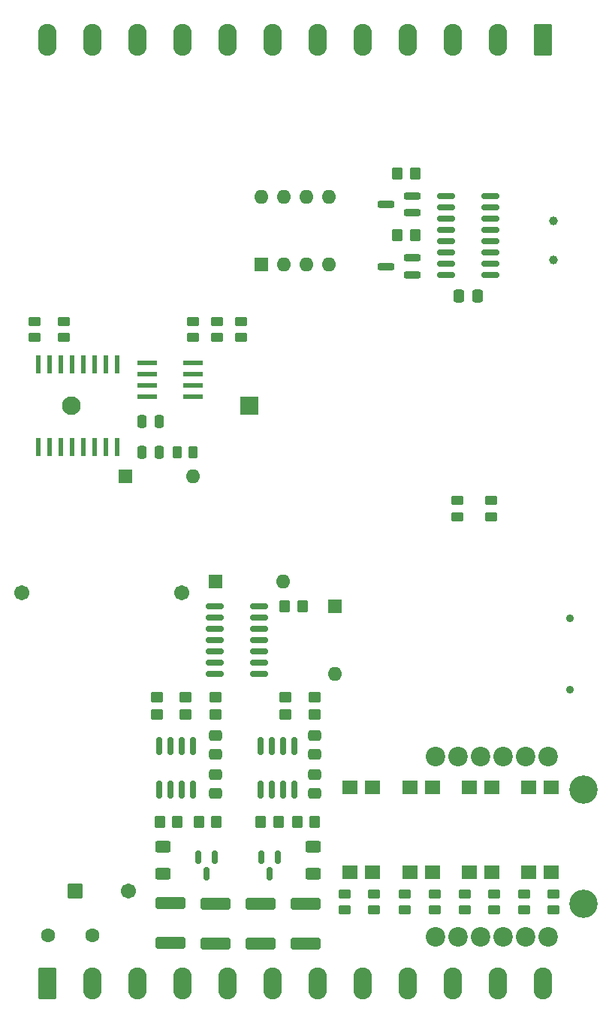
<source format=gbs>
G04 #@! TF.GenerationSoftware,KiCad,Pcbnew,8.0.4*
G04 #@! TF.CreationDate,2024-11-14T12:53:51+07:00*
G04 #@! TF.ProjectId,Ver04,56657230-342e-46b6-9963-61645f706362,rev?*
G04 #@! TF.SameCoordinates,Original*
G04 #@! TF.FileFunction,Soldermask,Bot*
G04 #@! TF.FilePolarity,Negative*
%FSLAX46Y46*%
G04 Gerber Fmt 4.6, Leading zero omitted, Abs format (unit mm)*
G04 Created by KiCad (PCBNEW 8.0.4) date 2024-11-14 12:53:51*
%MOMM*%
%LPD*%
G01*
G04 APERTURE LIST*
G04 Aperture macros list*
%AMRoundRect*
0 Rectangle with rounded corners*
0 $1 Rounding radius*
0 $2 $3 $4 $5 $6 $7 $8 $9 X,Y pos of 4 corners*
0 Add a 4 corners polygon primitive as box body*
4,1,4,$2,$3,$4,$5,$6,$7,$8,$9,$2,$3,0*
0 Add four circle primitives for the rounded corners*
1,1,$1+$1,$2,$3*
1,1,$1+$1,$4,$5*
1,1,$1+$1,$6,$7*
1,1,$1+$1,$8,$9*
0 Add four rect primitives between the rounded corners*
20,1,$1+$1,$2,$3,$4,$5,0*
20,1,$1+$1,$4,$5,$6,$7,0*
20,1,$1+$1,$6,$7,$8,$9,0*
20,1,$1+$1,$8,$9,$2,$3,0*%
G04 Aperture macros list end*
%ADD10R,1.600000X1.600000*%
%ADD11O,1.600000X1.600000*%
%ADD12R,2.100000X2.100000*%
%ADD13C,2.100000*%
%ADD14C,2.200000*%
%ADD15C,3.200000*%
%ADD16C,1.000000*%
%ADD17RoundRect,0.102000X0.750000X-0.750000X0.750000X0.750000X-0.750000X0.750000X-0.750000X-0.750000X0*%
%ADD18C,1.704000*%
%ADD19RoundRect,0.249999X-0.790001X-1.550001X0.790001X-1.550001X0.790001X1.550001X-0.790001X1.550001X0*%
%ADD20O,2.080000X3.600000*%
%ADD21C,0.900000*%
%ADD22RoundRect,0.249999X0.790001X1.550001X-0.790001X1.550001X-0.790001X-1.550001X0.790001X-1.550001X0*%
%ADD23C,1.600000*%
%ADD24RoundRect,0.250000X-1.450000X0.400000X-1.450000X-0.400000X1.450000X-0.400000X1.450000X0.400000X0*%
%ADD25RoundRect,0.250000X-0.450000X0.350000X-0.450000X-0.350000X0.450000X-0.350000X0.450000X0.350000X0*%
%ADD26RoundRect,0.250000X0.450000X-0.262500X0.450000X0.262500X-0.450000X0.262500X-0.450000X-0.262500X0*%
%ADD27RoundRect,0.250000X-0.625000X0.400000X-0.625000X-0.400000X0.625000X-0.400000X0.625000X0.400000X0*%
%ADD28RoundRect,0.250000X0.250000X0.475000X-0.250000X0.475000X-0.250000X-0.475000X0.250000X-0.475000X0*%
%ADD29RoundRect,0.150000X-0.150000X0.825000X-0.150000X-0.825000X0.150000X-0.825000X0.150000X0.825000X0*%
%ADD30RoundRect,0.250000X0.262500X0.450000X-0.262500X0.450000X-0.262500X-0.450000X0.262500X-0.450000X0*%
%ADD31RoundRect,0.150000X-0.150000X0.587500X-0.150000X-0.587500X0.150000X-0.587500X0.150000X0.587500X0*%
%ADD32RoundRect,0.250000X0.350000X0.450000X-0.350000X0.450000X-0.350000X-0.450000X0.350000X-0.450000X0*%
%ADD33RoundRect,0.250000X-0.450000X0.262500X-0.450000X-0.262500X0.450000X-0.262500X0.450000X0.262500X0*%
%ADD34RoundRect,0.150000X0.850000X0.150000X-0.850000X0.150000X-0.850000X-0.150000X0.850000X-0.150000X0*%
%ADD35RoundRect,0.041300X-0.253700X0.983700X-0.253700X-0.983700X0.253700X-0.983700X0.253700X0.983700X0*%
%ADD36R,1.780000X1.500000*%
%ADD37R,2.200000X0.600000*%
%ADD38RoundRect,0.250000X-0.475000X0.337500X-0.475000X-0.337500X0.475000X-0.337500X0.475000X0.337500X0*%
%ADD39RoundRect,0.200000X0.750000X0.200000X-0.750000X0.200000X-0.750000X-0.200000X0.750000X-0.200000X0*%
%ADD40RoundRect,0.250000X0.625000X-0.400000X0.625000X0.400000X-0.625000X0.400000X-0.625000X-0.400000X0*%
%ADD41RoundRect,0.250000X0.450000X-0.350000X0.450000X0.350000X-0.450000X0.350000X-0.450000X-0.350000X0*%
%ADD42RoundRect,0.150000X0.825000X0.150000X-0.825000X0.150000X-0.825000X-0.150000X0.825000X-0.150000X0*%
%ADD43RoundRect,0.250000X-0.337500X-0.475000X0.337500X-0.475000X0.337500X0.475000X-0.337500X0.475000X0*%
%ADD44RoundRect,0.250000X0.475000X-0.337500X0.475000X0.337500X-0.475000X0.337500X-0.475000X-0.337500X0*%
G04 APERTURE END LIST*
D10*
X71200000Y-67100000D03*
D11*
X73740000Y-67100000D03*
X76280000Y-67100000D03*
X78820000Y-67100000D03*
X78820000Y-59480000D03*
X76280000Y-59480000D03*
X73740000Y-59480000D03*
X71200000Y-59480000D03*
D12*
X69789087Y-83000000D03*
D13*
X49789087Y-83000000D03*
D14*
X103505000Y-122535000D03*
X100965000Y-122535000D03*
X98425000Y-122535000D03*
X95885000Y-122535000D03*
X93345000Y-122535000D03*
X90805000Y-122535000D03*
X90805000Y-142855000D03*
X93345000Y-142855000D03*
X95885000Y-142855000D03*
X98425000Y-142855000D03*
X100965000Y-142855000D03*
X103505000Y-142855000D03*
D15*
X107465000Y-126245000D03*
X107465000Y-139153000D03*
D16*
X104100000Y-66600000D03*
X104100000Y-62200000D03*
D17*
X50200000Y-137700000D03*
D18*
X56200000Y-137700000D03*
X44200000Y-104100000D03*
X62200000Y-104100000D03*
D19*
X47060000Y-148122500D03*
D20*
X52140000Y-148122500D03*
X57220000Y-148122500D03*
X62300000Y-148122500D03*
X67380000Y-148122500D03*
X72460000Y-148122500D03*
X77540000Y-148122500D03*
X82620000Y-148122500D03*
X87700000Y-148122500D03*
X92780000Y-148122500D03*
X97860000Y-148122500D03*
X102940000Y-148122500D03*
D21*
X105978145Y-106984968D03*
X105978145Y-114984968D03*
D22*
X102940000Y-41777500D03*
D20*
X97860000Y-41777500D03*
X92780000Y-41777500D03*
X87700000Y-41777500D03*
X82620000Y-41777500D03*
X77540000Y-41777500D03*
X72460000Y-41777500D03*
X67380000Y-41777500D03*
X62300000Y-41777500D03*
X57220000Y-41777500D03*
X52140000Y-41777500D03*
X47060000Y-41777500D03*
D23*
X47100000Y-142700000D03*
X52100000Y-142700000D03*
D24*
X66000000Y-139150000D03*
X66000000Y-143600000D03*
X76200000Y-139150000D03*
X76200000Y-143600000D03*
D25*
X66000000Y-115800000D03*
X66000000Y-117800000D03*
D26*
X68900000Y-75312500D03*
X68900000Y-73487500D03*
D27*
X77000000Y-132650000D03*
X77000000Y-135750000D03*
D10*
X79500000Y-105590000D03*
D11*
X79500000Y-113210000D03*
D24*
X60900000Y-139075000D03*
X60900000Y-143525000D03*
D28*
X59615000Y-88245000D03*
X57715000Y-88245000D03*
D29*
X59695000Y-121325000D03*
X60965000Y-121325000D03*
X62235000Y-121325000D03*
X63505000Y-121325000D03*
X63505000Y-126275000D03*
X62235000Y-126275000D03*
X60965000Y-126275000D03*
X59695000Y-126275000D03*
D26*
X104100000Y-139812500D03*
X104100000Y-137987500D03*
D30*
X63472500Y-88233000D03*
X61647500Y-88233000D03*
D26*
X66200000Y-75312500D03*
X66200000Y-73487500D03*
D31*
X71150000Y-133862500D03*
X73050000Y-133862500D03*
X72100000Y-135737500D03*
D32*
X73100000Y-129900000D03*
X71100000Y-129900000D03*
X88500000Y-63800000D03*
X86500000Y-63800000D03*
X75800000Y-105600000D03*
X73800000Y-105600000D03*
D33*
X48913000Y-73479500D03*
X48913000Y-75304500D03*
D34*
X97000000Y-59355000D03*
X97000000Y-60625000D03*
X97000000Y-61895000D03*
X97000000Y-63165000D03*
X97000000Y-64435000D03*
X97000000Y-65705000D03*
X97000000Y-66975000D03*
X97000000Y-68245000D03*
X92000000Y-68245000D03*
X92000000Y-66975000D03*
X92000000Y-65705000D03*
X92000000Y-64435000D03*
X92000000Y-63165000D03*
X92000000Y-61895000D03*
X92000000Y-60625000D03*
X92000000Y-59355000D03*
D25*
X73900000Y-115800000D03*
X73900000Y-117800000D03*
D26*
X97400000Y-139812500D03*
X97400000Y-137987500D03*
D31*
X64050000Y-133862500D03*
X65950000Y-133862500D03*
X65000000Y-135737500D03*
D35*
X46055000Y-78345000D03*
X47325000Y-78345000D03*
X48595000Y-78345000D03*
X49865000Y-78345000D03*
X51135000Y-78345000D03*
X52405000Y-78345000D03*
X53675000Y-78345000D03*
X54945000Y-78345000D03*
X54945000Y-87655000D03*
X53675000Y-87655000D03*
X52405000Y-87655000D03*
X51135000Y-87655000D03*
X49865000Y-87655000D03*
X48595000Y-87655000D03*
X47325000Y-87655000D03*
X46055000Y-87655000D03*
D36*
X83670000Y-135565000D03*
X81130000Y-135565000D03*
X81130000Y-126035000D03*
X83670000Y-126035000D03*
D28*
X59612000Y-84804000D03*
X57712000Y-84804000D03*
D33*
X87370000Y-137987500D03*
X87370000Y-139812500D03*
D26*
X63500000Y-75312500D03*
X63500000Y-73487500D03*
D32*
X66100000Y-129900000D03*
X64100000Y-129900000D03*
D37*
X63478000Y-78161000D03*
X63478000Y-79431000D03*
X63478000Y-80701000D03*
X63478000Y-81971000D03*
X58278000Y-81971000D03*
X58278000Y-80701000D03*
X58278000Y-79431000D03*
X58278000Y-78161000D03*
D25*
X77200000Y-115800000D03*
X77200000Y-117800000D03*
D38*
X66000000Y-120162500D03*
X66000000Y-122237500D03*
D33*
X100800000Y-137987500D03*
X100800000Y-139812500D03*
D25*
X59400000Y-115800000D03*
X59400000Y-117800000D03*
D26*
X97100000Y-95512500D03*
X97100000Y-93687500D03*
D39*
X88200000Y-59350000D03*
X88200000Y-61250000D03*
X85200000Y-60300000D03*
D10*
X65990000Y-102800000D03*
D11*
X73610000Y-102800000D03*
D39*
X88200000Y-66350000D03*
X88200000Y-68250000D03*
X85200000Y-67300000D03*
D29*
X71095000Y-121325000D03*
X72365000Y-121325000D03*
X73635000Y-121325000D03*
X74905000Y-121325000D03*
X74905000Y-126275000D03*
X73635000Y-126275000D03*
X72365000Y-126275000D03*
X71095000Y-126275000D03*
D33*
X45600000Y-73487500D03*
X45600000Y-75312500D03*
D38*
X77200000Y-120162500D03*
X77200000Y-122237500D03*
D36*
X103870000Y-135565000D03*
X101330000Y-135565000D03*
X101330000Y-126035000D03*
X103870000Y-126035000D03*
D26*
X83900000Y-139812500D03*
X83900000Y-137987500D03*
D40*
X60100000Y-135750000D03*
X60100000Y-132650000D03*
D24*
X71100000Y-139150000D03*
X71100000Y-143600000D03*
D26*
X90700000Y-139812500D03*
X90700000Y-137987500D03*
X93300000Y-95512500D03*
X93300000Y-93687500D03*
D41*
X62600000Y-117800000D03*
X62600000Y-115800000D03*
D36*
X97170000Y-135565000D03*
X94630000Y-135565000D03*
X94630000Y-126035000D03*
X97170000Y-126035000D03*
X90440000Y-135565000D03*
X87900000Y-135565000D03*
X87900000Y-126035000D03*
X90440000Y-126035000D03*
D42*
X70875000Y-105590000D03*
X70875000Y-106860000D03*
X70875000Y-108130000D03*
X70875000Y-109400000D03*
X70875000Y-110670000D03*
X70875000Y-111940000D03*
X70875000Y-113210000D03*
X65925000Y-113210000D03*
X65925000Y-111940000D03*
X65925000Y-110670000D03*
X65925000Y-109400000D03*
X65925000Y-108130000D03*
X65925000Y-106860000D03*
X65925000Y-105590000D03*
D43*
X93462500Y-70600000D03*
X95537500Y-70600000D03*
D32*
X61700000Y-129900000D03*
X59700000Y-129900000D03*
X77200000Y-129900000D03*
X75200000Y-129900000D03*
D33*
X80600000Y-137987500D03*
X80600000Y-139812500D03*
D32*
X88500000Y-56800000D03*
X86500000Y-56800000D03*
D44*
X77200000Y-126637500D03*
X77200000Y-124562500D03*
D33*
X94100000Y-137987500D03*
X94100000Y-139812500D03*
D10*
X55877000Y-90959000D03*
D11*
X63497000Y-90959000D03*
D44*
X66000000Y-126637500D03*
X66000000Y-124562500D03*
M02*

</source>
